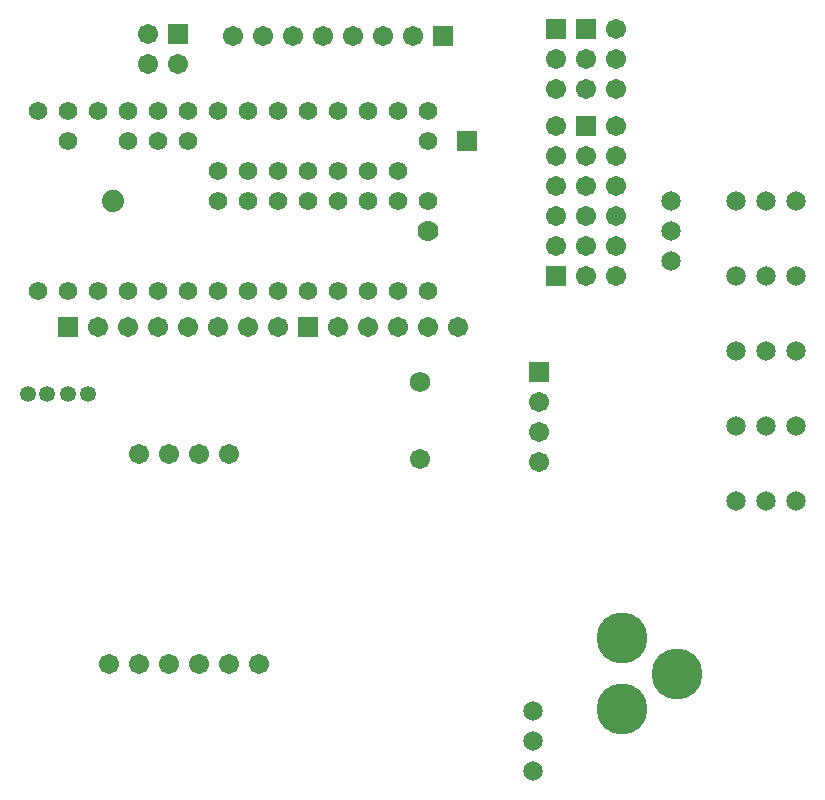
<source format=gbs>
G04 DipTrace Beta 2.9.0.1*
G04 TeensyArbotixProV3.gbs*
%MOIN*%
G04 #@! TF.FileFunction,Soldermask,Bot*
G04 #@! TF.Part,Single*
%ADD33C,0.065199*%
%ADD43C,0.17*%
%ADD44C,0.074*%
%ADD45C,0.074*%
%ADD47C,0.05315*%
%ADD55C,0.06194*%
%ADD70C,0.069972*%
%ADD78C,0.068032*%
%ADD100R,0.067087X0.067087*%
%ADD108C,0.067087*%
%FSLAX26Y26*%
G04*
G70*
G90*
G75*
G01*
G04 BotMask*
%LPD*%
D33*
X2150866Y744016D3*
Y644016D3*
Y544016D3*
D108*
X835866Y901752D3*
X935866D3*
X1035866D3*
X735866D3*
X935866Y1601752D3*
X1035866D3*
X1135866D3*
X835866D3*
X1135866Y901752D3*
X1235866D3*
D100*
X1850866Y2994016D3*
D108*
X1750866D3*
X1650866D3*
X1550866D3*
X1450866D3*
X1350866D3*
X1250866D3*
X1150866D3*
D100*
X2325866Y2694016D3*
D108*
X2425866D3*
X2325866Y2594016D3*
X2425866D3*
X2325866Y2494016D3*
X2425866D3*
X2325866Y2394016D3*
X2425866D3*
X2325866Y2294016D3*
X2425866D3*
X2325866Y2194016D3*
X2425866D3*
D100*
X2225866D3*
D108*
Y2294016D3*
Y2394016D3*
Y2494016D3*
Y2594016D3*
Y2694016D3*
D100*
X2325866Y3019016D3*
D108*
X2425866D3*
X2325866Y2919016D3*
X2425866D3*
X2325866Y2819016D3*
X2425866D3*
D100*
X2225866Y3019016D3*
D108*
Y2919016D3*
Y2819016D3*
D100*
X1930866Y2644016D3*
D43*
X2446866Y987016D3*
Y750796D3*
X2631906Y868906D3*
D100*
X2170866Y1874016D3*
D108*
Y1774016D3*
Y1674016D3*
Y1574016D3*
D100*
X965866Y3002016D3*
D108*
Y2902016D3*
X865866Y3002016D3*
Y2902016D3*
D44*
X750866Y2444016D3*
D45*
D3*
D33*
X3025866Y1444016D3*
X2925866D3*
X2825866D3*
X3025866Y1694016D3*
X2925866D3*
X2825866D3*
X3025866Y1944016D3*
X2925866D3*
X2825866D3*
X3025866Y2194016D3*
X2925866D3*
X2825866D3*
X3025866Y2444016D3*
X2925866D3*
X2825866D3*
X2610866Y2244016D3*
Y2344016D3*
Y2444016D3*
D100*
X600866Y2024016D3*
D108*
X700866D3*
X800866D3*
X900866D3*
X1000866D3*
X1100866D3*
X1200866D3*
X1300866D3*
D100*
X1400866D3*
D108*
X1500866D3*
X1600866D3*
X1700866D3*
X1800866D3*
X1900866D3*
D47*
X465866Y1800383D3*
X530866D3*
X600866D3*
X665866D3*
D78*
X1772914Y1842016D3*
D108*
Y1586063D3*
D55*
X500866Y2144016D3*
X600866D3*
X700866D3*
X800866D3*
X900866D3*
X1000866D3*
X1100866D3*
X1200866D3*
X1300866D3*
X1400866D3*
X1500866D3*
X1600866D3*
X1700866D3*
X1800866D3*
Y2444016D3*
Y2644016D3*
Y2744016D3*
X1700866D3*
X1600866D3*
X1500866D3*
X1400866D3*
X1300866D3*
X1200866D3*
X1100866D3*
X1000866D3*
X900866D3*
X800866D3*
X700866D3*
X600866D3*
X500866D3*
X600866Y2644016D3*
X800866D3*
X900866D3*
X1000866D3*
X1700866Y2444016D3*
Y2544016D3*
X1600866Y2444016D3*
X1500866D3*
X1400866D3*
X1300866D3*
X1600866Y2544016D3*
X1500866D3*
X1400866D3*
X1300866D3*
X1200866D3*
X1100866D3*
X1200866Y2444016D3*
X1100866D3*
D70*
X1800866Y2344016D3*
M02*

</source>
